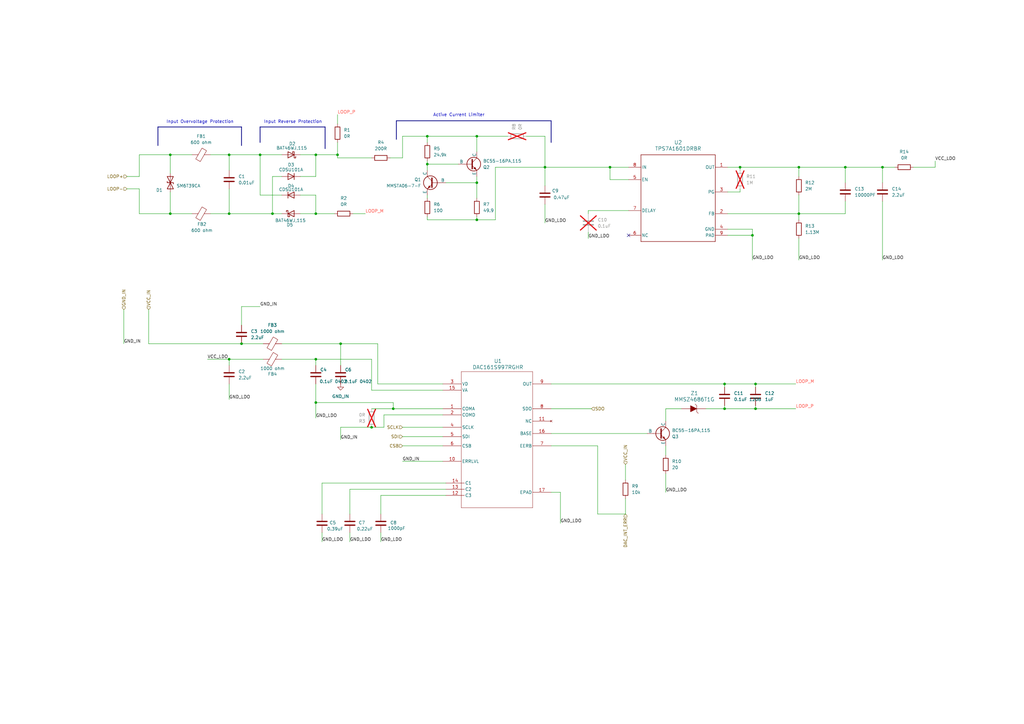
<source format=kicad_sch>
(kicad_sch (version 20231120) (generator "eeschema") (generator_version "8.0")
  (paper "A3")
  (lib_symbols
    (symbol "Device:C" (pin_numbers hide) (pin_names (offset 0.254))
      (property "Reference" "C" (at 0.635 2.54 0))
      (property "Value" "C" (at 0.635 -2.54 0))
      (symbol "C_0_1"
        (polyline (pts (xy -2.032 -0.762) (xy 2.032 -0.762)) (stroke (width 0.508)))
        (polyline (pts (xy -2.032 0.762) (xy 2.032 0.762)) (stroke (width 0.508)))
      )
      (symbol "C_1_1"
        (pin passive line (at 0 3.81 270) (length 2.794) (name "~") (number "1"))
        (pin passive line (at 0 -3.81 90) (length 2.794) (name "~") (number "2"))
      )
    )
    (symbol "Device:FerriteBead" (pin_numbers hide) (pin_names (offset 0))
      (property "Reference" "FB" (at -3.81 0.635 90))
      (property "Value" "FerriteBead" (at 3.81 0 90))
      (symbol "FerriteBead_0_1"
        (polyline (pts (xy 0 -1.27) (xy 0 -1.2192)))
        (polyline (pts (xy 0 1.27) (xy 0 1.2954)))
        (polyline (pts (xy -2.7686 0.4064) (xy -1.7018 2.2606) (xy 2.7686 -0.3048) (xy 1.6764 -2.159) (xy -2.7686 0.4064)))
      )
      (symbol "FerriteBead_1_1"
        (pin passive line (at 0 3.81 270) (length 2.54) (name "~") (number "1"))
        (pin passive line (at 0 -3.81 90) (length 2.54) (name "~") (number "2"))
      )
    )
    (symbol "Device:R" (pin_numbers hide) (pin_names (offset 0))
      (property "Reference" "R" (at 2.032 0 90))
      (property "Value" "R" (at 0 0 90))
      (symbol "R_0_1"
        (rectangle (start -1.016 -2.54) (end 1.016 2.54) (stroke (width 0.254)))
      )
      (symbol "R_1_1"
        (pin passive line (at 0 3.81 270) (length 1.27) (name "~") (number "1"))
        (pin passive line (at 0 -3.81 90) (length 1.27) (name "~") (number "2"))
      )
    )
    (symbol "Diode:1N630xCA" (pin_numbers hide) (pin_names (offset 1.016) hide)
      (property "Reference" "D" (at 0 2.54 0))
      (property "Value" "1N630xCA" (at 0 -2.54 0))
      (symbol "1N630xCA_0_1"
        (polyline (pts (xy 1.27 0) (xy -1.27 0)))
        (polyline (pts (xy -2.54 -1.27) (xy 0 0) (xy -2.54 1.27) (xy -2.54 -1.27)) (stroke (width 0.254)))
        (polyline (pts (xy 0.508 1.27) (xy 0 1.27) (xy 0 -1.27) (xy -0.508 -1.27)) (stroke (width 0.254)))
        (polyline (pts (xy 2.54 1.27) (xy 2.54 -1.27) (xy 0 0) (xy 2.54 1.27)) (stroke (width 0.254)))
      )
      (symbol "1N630xCA_1_1"
        (pin passive line (at -3.81 0 0) (length 2.54) (name "A1") (number "1"))
        (pin passive line (at 3.81 0 180) (length 2.54) (name "A2") (number "2"))
      )
    )
    (symbol "Diode:S2JTR" (pin_numbers hide) (pin_names hide)
      (property "Reference" "D" (at 0 2.54 0))
      (property "Value" "S2JTR" (at 0 -2.54 0))
      (symbol "S2JTR_0_1"
        (polyline (pts (xy -1.27 1.27) (xy -1.27 -1.27)) (stroke (width 0.254)))
        (polyline (pts (xy 1.27 0) (xy -1.27 0)))
        (polyline (pts (xy 1.27 1.27) (xy 1.27 -1.27) (xy -1.27 0) (xy 1.27 1.27)) (stroke (width 0.254)))
      )
      (symbol "S2JTR_1_1"
        (pin passive line (at -3.81 0 0) (length 2.54) (name "K") (number "1"))
        (pin passive line (at 3.81 0 180) (length 2.54) (name "A") (number "2"))
      )
    )
    (symbol "NPN_1" (pin_numbers hide) (pin_names (offset 0))
      (property "Reference" "Q3" (at 5.08 -1.2701 0))
      (property "Value" "BC55-16PA,115" (at 5.08 1.2699 0))
      (symbol "NPN_1_0_1"
        (polyline (pts (xy -2.54 0) (xy 0.635 0)) (stroke (width 0.1524)))
        (polyline (pts (xy 0.635 0.635) (xy 2.54 2.54)))
        (polyline (pts (xy 2.794 -1.27) (xy 2.794 -1.27)) (stroke (width 0.1524)))
        (polyline (pts (xy 2.794 -1.27) (xy 2.794 -1.27)) (stroke (width 0.1524)))
        (polyline (pts (xy 0.635 -0.635) (xy 2.54 -2.54) (xy 2.54 -2.54)))
        (polyline (pts (xy 0.635 1.905) (xy 0.635 -1.905) (xy 0.635 -1.905)) (stroke (width 0.508)))
        (polyline (pts (xy 1.27 -1.778) (xy 1.778 -1.27) (xy 2.286 -2.286) (xy 1.27 -1.778) (xy 1.27 -1.778)) (fill (type outline)))
        (circle (center 1.27 0) (radius 2.8194) (stroke (width 0.254)))
      )
      (symbol "NPN_1_1_1"
        (pin open_collector line (at 2.54 5.08 270) (length 2.54) (name "C") (number "1"))
        (pin free line (at -5.08 0 0) (length 2.54) (name "B") (number "2"))
        (pin open_emitter line (at 2.54 -5.08 90) (length 2.54) (name "E") (number "3"))
      )
    )
    (symbol "SB120_2" (pin_numbers hide) (pin_names (offset 1.016) hide)
      (property "Reference" "D1" (at -0.508 -4.572 0))
      (property "Value" "BAT46WJ,115" (at -0.254 -2.794 0))
      (symbol "SB120_2_0_1"
        (polyline (pts (xy 1.27 0) (xy -1.27 0)))
        (polyline (pts (xy 1.27 1.27) (xy 1.27 -1.27) (xy -1.27 0) (xy 1.27 1.27)) (stroke (width 0.254)))
        (polyline (pts (xy -1.905 0.635) (xy -1.905 1.27) (xy -1.27 1.27) (xy -1.27 -1.27) (xy -0.635 -1.27) (xy -0.635 -0.635)) (stroke (width 0.254)))
      )
      (symbol "SB120_2_1_1"
        (pin passive line (at -3.81 0 0) (length 2.54) (name "K") (number "1"))
        (pin passive line (at 3.81 0 180) (length 2.54) (name "A") (number "2"))
      )
    )
    (symbol "Simulation_SPICE:NPN" (pin_numbers hide) (pin_names (offset 0))
      (property "Reference" "Q" (at -2.54 7.62 0))
      (property "Value" "NPN" (at -2.54 5.08 0))
      (symbol "NPN_0_1"
        (polyline (pts (xy -2.54 0) (xy 0.635 0)) (stroke (width 0.1524)))
        (polyline (pts (xy 0.635 0.635) (xy 2.54 2.54)))
        (polyline (pts (xy 2.794 -1.27) (xy 2.794 -1.27)) (stroke (width 0.1524)))
        (polyline (pts (xy 2.794 -1.27) (xy 2.794 -1.27)) (stroke (width 0.1524)))
        (polyline (pts (xy 0.635 -0.635) (xy 2.54 -2.54) (xy 2.54 -2.54)))
        (polyline (pts (xy 0.635 1.905) (xy 0.635 -1.905) (xy 0.635 -1.905)) (stroke (width 0.508)))
        (polyline (pts (xy 1.27 -1.778) (xy 1.778 -1.27) (xy 2.286 -2.286) (xy 1.27 -1.778) (xy 1.27 -1.778)) (fill (type outline)))
        (circle (center 1.27 0) (radius 2.8194) (stroke (width 0.254)))
      )
      (symbol "NPN_1_1"
        (pin open_collector line (at 2.54 5.08 270) (length 2.54) (name "C") (number "1"))
        (pin input line (at -5.08 0 0) (length 2.54) (name "B") (number "2"))
        (pin open_emitter line (at 2.54 -5.08 90) (length 2.54) (name "E") (number "3"))
      )
    )
    (symbol "TSP7A1601DRBR:TPS7A1601DRBR" (pin_names (offset 0.254))
      (property "Reference" "U2" (at 0 22.86 0))
      (property "Value" "TPS7A1601DRBR" (at 0 20.32 0))
      (symbol "TPS7A1601DRBR_0_1"
        (polyline (pts (xy -15.24 -17.78) (xy 15.24 -17.78)) (stroke (width 0.2032)))
        (polyline (pts (xy -15.24 17.78) (xy -15.24 -17.78)) (stroke (width 0.2032)))
        (polyline (pts (xy 15.24 -17.78) (xy 15.24 17.78)) (stroke (width 0.2032)))
        (polyline (pts (xy 15.24 17.78) (xy -15.24 17.78)) (stroke (width 0.2032)))
        (pin power_in line (at 20.32 12.7 180) (length 5.08) (name "OUT") (number "1"))
        (pin input line (at 20.32 -6.35 180) (length 5.08) (name "FB") (number "2"))
        (pin open_collector line (at 20.32 2.54 180) (length 5.08) (name "PG") (number "3"))
        (pin power_in line (at 20.32 -12.7 180) (length 5.08) (name "GND") (number "4"))
        (pin input line (at -20.32 7.62 0) (length 5.08) (name "EN") (number "5"))
        (pin unspecified line (at -20.32 -15.24 0) (length 5.08) (name "NC") (number "6"))
        (pin output line (at -20.32 -5.08 0) (length 5.08) (name "DELAY") (number "7"))
        (pin power_in line (at -20.32 12.7 0) (length 5.08) (name "IN") (number "8"))
        (pin unspecified line (at 20.32 -15.24 180) (length 5.08) (name "PAD") (number "9"))
      )
    )
    (symbol "dac161s997rghr:DAC161S997RGHR" (pin_names (offset 0.254))
      (property "Reference" "U1" (at 33.02 10.16 0))
      (property "Value" "DAC161S997RGHR" (at 33.02 7.62 0))
      (symbol "DAC161S997RGHR_0_1"
        (polyline (pts (xy 7.62 -50.8) (xy 36.83 -50.8)) (stroke (width 0.127)))
        (polyline (pts (xy 7.62 5.08) (xy 7.62 -50.8)) (stroke (width 0.127)))
        (polyline (pts (xy 36.83 -50.8) (xy 36.83 5.08)) (stroke (width 0.127)))
        (polyline (pts (xy 36.83 5.08) (xy 7.62 5.08)) (stroke (width 0.127)))
        (pin power_in line (at 0 -10.16 0) (length 7.62) (name "COMA") (number "1"))
        (pin input line (at 0 -31.75 0) (length 7.62) (name "ERRLVL") (number "10"))
        (pin no_connect line (at 44.45 -15.24 180) (length 7.62) (name "NC") (number "11"))
        (pin unspecified line (at 1.27 -45.72 0) (length 7.62) (name "C3") (number "12"))
        (pin unspecified line (at 1.27 -43.18 0) (length 7.62) (name "C2") (number "13"))
        (pin unspecified line (at 1.27 -40.64 0) (length 7.62) (name "C1") (number "14"))
        (pin power_in line (at 0 -2.54 0) (length 7.62) (name "VA") (number "15"))
        (pin unspecified line (at 44.45 -20.32 180) (length 7.62) (name "BASE") (number "16"))
        (pin unspecified line (at 44.45 -44.45 180) (length 7.62) (name "EPAD") (number "17"))
        (pin power_in line (at 0 -12.7 0) (length 7.62) (name "COMD") (number "2"))
        (pin power_in line (at 0 0 0) (length 7.62) (name "VD") (number "3"))
        (pin input line (at 0 -17.78 0) (length 7.62) (name "SCLK") (number "4"))
        (pin input line (at 0 -21.59 0) (length 7.62) (name "SDI") (number "5"))
        (pin input line (at 0 -25.4 0) (length 7.62) (name "CSB") (number "6"))
        (pin output line (at 44.45 -25.4 180) (length 7.62) (name "EERB") (number "7"))
        (pin output line (at 44.45 -10.16 180) (length 7.62) (name "SDO") (number "8"))
        (pin output line (at 44.45 0 180) (length 7.62) (name "OUT") (number "9"))
      )
    )
    (symbol "dk_Diodes-Zener-Single:MMSZ5231B-7-F" (pin_numbers hide) (pin_names (offset 0) hide)
      (property "Reference" "Z" (at 0 3.81 0))
      (property "Value" "MMSZ5231B-7-F" (at 0 -3.81 0))
      (symbol "MMSZ5231B-7-F_0_1"
        (polyline (pts (xy 1.27 -1.27) (xy 1.905 -1.905)))
        (polyline (pts (xy 1.27 1.27) (xy 0.635 1.905)))
        (polyline (pts (xy 1.27 1.27) (xy 1.27 -1.27)))
        (polyline (pts (xy -1.27 1.27) (xy -1.27 -1.27) (xy 1.27 0) (xy -1.27 1.27)) (fill (type outline)))
      )
      (symbol "MMSZ5231B-7-F_1_1"
        (pin passive line (at -5.08 0 0) (length 3.81) (name "~") (number "A"))
        (pin passive line (at 5.08 0 180) (length 3.81) (name "~") (number "K"))
      )
    )
    (symbol "power:GND" (power) (pin_numbers hide) (pin_names (offset 0) hide)
      (property "Value" "GND" (at 0 -3.81 0))
      (symbol "GND_0_1"
        (polyline (pts (xy 0 0) (xy 0 -1.27) (xy 1.27 -1.27) (xy 0 -2.54) (xy -1.27 -1.27) (xy 0 -1.27)))
      )
      (symbol "GND_1_1"
        (pin power_in line (at 0 0 270) (length 0) (name "~") (number "1"))
      )
    )
  )
  (junction (at 327.66 68.58))
  (junction (at 69.85 87.63))
  (junction (at 361.95 68.58))
  (junction (at 152.4 175.26))
  (junction (at 297.18 167.64))
  (junction (at 195.58 90.17))
  (junction (at 308.61 96.52))
  (junction (at 297.18 157.48))
  (junction (at 327.66 87.63))
  (junction (at 93.98 63.5))
  (junction (at 309.88 157.48))
  (junction (at 309.88 167.64))
  (junction (at 175.26 67.31))
  (junction (at 111.76 87.63))
  (junction (at 223.52 68.58))
  (junction (at 129.54 87.63))
  (junction (at 195.58 55.88))
  (junction (at 93.98 147.32))
  (junction (at 138.43 63.5))
  (junction (at 346.71 68.58))
  (junction (at 303.53 68.58))
  (junction (at 175.26 55.88))
  (junction (at 139.7 140.97))
  (junction (at 129.54 147.32))
  (junction (at 106.68 63.5))
  (junction (at 129.54 63.5))
  (junction (at 250.19 68.58))
  (junction (at 129.54 165.1))
  (junction (at 99.06 140.97))
  (junction (at 93.98 87.63))
  (junction (at 195.58 74.93))
  (junction (at 161.29 167.64))
  (junction (at 69.85 63.5))
  (no_connect (at 257.81 96.52))
  (wire (pts (xy 309.88 167.64) (xy 309.88 166.37)))
  (wire (pts (xy 143.51 200.66) (xy 143.51 210.82)))
  (wire (pts (xy 346.71 74.93) (xy 346.71 68.58)))
  (bus (pts (xy 99.06 59.69) (xy 99.06 52.07)))
  (wire (pts (xy 165.1 175.26) (xy 181.61 175.26)))
  (wire (pts (xy 273.05 167.64) (xy 279.4 167.64)))
  (wire (pts (xy 152.4 167.64) (xy 161.29 167.64)))
  (wire (pts (xy 156.21 222.25) (xy 156.21 218.44)))
  (wire (pts (xy 374.65 68.58) (xy 383.54 68.58)))
  (wire (pts (xy 223.52 68.58) (xy 223.52 76.2)))
  (wire (pts (xy 99.06 140.97) (xy 107.95 140.97)))
  (wire (pts (xy 129.54 87.63) (xy 137.16 87.63)))
  (wire (pts (xy 327.66 97.79) (xy 327.66 106.68)))
  (wire (pts (xy 132.08 222.25) (xy 132.08 218.44)))
  (wire (pts (xy 57.15 63.5) (xy 57.15 72.39)))
  (wire (pts (xy 152.4 160.02) (xy 152.4 147.32)))
  (wire (pts (xy 138.43 64.77) (xy 152.4 64.77)))
  (wire (pts (xy 99.06 125.73) (xy 99.06 133.35)))
  (wire (pts (xy 52.07 72.39) (xy 57.15 72.39)))
  (wire (pts (xy 129.54 87.63) (xy 123.19 87.63)))
  (wire (pts (xy 195.58 72.39) (xy 195.58 74.93)))
  (wire (pts (xy 93.98 63.5) (xy 106.68 63.5)))
  (wire (pts (xy 223.52 68.58) (xy 250.19 68.58)))
  (bus (pts (xy 106.68 52.07) (xy 106.68 58.42)))
  (wire (pts (xy 346.71 68.58) (xy 361.95 68.58)))
  (wire (pts (xy 161.29 167.64) (xy 181.61 167.64)))
  (wire (pts (xy 195.58 90.17) (xy 195.58 88.9)))
  (wire (pts (xy 115.57 140.97) (xy 139.7 140.97)))
  (wire (pts (xy 139.7 140.97) (xy 139.7 149.86)))
  (wire (pts (xy 309.88 157.48) (xy 326.39 157.48)))
  (wire (pts (xy 175.26 80.01) (xy 175.26 81.28)))
  (wire (pts (xy 165.1 64.77) (xy 160.02 64.77)))
  (wire (pts (xy 115.57 72.39) (xy 111.76 72.39)))
  (wire (pts (xy 223.52 55.88) (xy 223.52 68.58)))
  (wire (pts (xy 327.66 68.58) (xy 346.71 68.58)))
  (wire (pts (xy 256.54 190.5) (xy 256.54 196.85)))
  (wire (pts (xy 298.45 87.63) (xy 327.66 87.63)))
  (wire (pts (xy 327.66 68.58) (xy 303.53 68.58)))
  (wire (pts (xy 93.98 69.85) (xy 93.98 63.5)))
  (wire (pts (xy 165.1 55.88) (xy 175.26 55.88)))
  (wire (pts (xy 308.61 93.98) (xy 308.61 96.52)))
  (wire (pts (xy 242.57 167.64) (xy 226.06 167.64)))
  (wire (pts (xy 289.56 167.64) (xy 297.18 167.64)))
  (wire (pts (xy 138.43 64.77) (xy 138.43 63.5)))
  (bus (pts (xy 133.35 60.96) (xy 133.35 52.07)))
  (wire (pts (xy 203.2 68.58) (xy 223.52 68.58)))
  (wire (pts (xy 226.06 201.93) (xy 229.87 201.93)))
  (wire (pts (xy 123.19 72.39) (xy 129.54 72.39)))
  (wire (pts (xy 182.88 203.2) (xy 156.21 203.2)))
  (bus (pts (xy 99.06 52.07) (xy 64.77 52.07)))
  (wire (pts (xy 309.88 167.64) (xy 326.39 167.64)))
  (wire (pts (xy 303.53 78.74) (xy 303.53 77.47)))
  (wire (pts (xy 60.96 140.97) (xy 99.06 140.97)))
  (wire (pts (xy 154.94 157.48) (xy 181.61 157.48)))
  (wire (pts (xy 297.18 157.48) (xy 309.88 157.48)))
  (wire (pts (xy 361.95 68.58) (xy 367.03 68.58)))
  (wire (pts (xy 93.98 147.32) (xy 93.98 149.86)))
  (bus (pts (xy 162.56 49.53) (xy 162.56 57.15)))
  (wire (pts (xy 93.98 147.32) (xy 107.95 147.32)))
  (wire (pts (xy 245.11 210.82) (xy 256.54 210.82)))
  (wire (pts (xy 182.88 74.93) (xy 195.58 74.93)))
  (wire (pts (xy 129.54 80.01) (xy 129.54 87.63)))
  (wire (pts (xy 241.3 86.36) (xy 241.3 87.63)))
  (wire (pts (xy 106.68 80.01) (xy 106.68 63.5)))
  (wire (pts (xy 309.88 157.48) (xy 309.88 158.75)))
  (wire (pts (xy 273.05 182.88) (xy 273.05 186.69)))
  (wire (pts (xy 298.45 68.58) (xy 303.53 68.58)))
  (wire (pts (xy 361.95 82.55) (xy 361.95 106.68)))
  (wire (pts (xy 111.76 72.39) (xy 111.76 87.63)))
  (wire (pts (xy 93.98 63.5) (xy 86.36 63.5)))
  (wire (pts (xy 241.3 97.79) (xy 241.3 95.25)))
  (wire (pts (xy 139.7 140.97) (xy 154.94 140.97)))
  (wire (pts (xy 346.71 82.55) (xy 346.71 87.63)))
  (wire (pts (xy 115.57 147.32) (xy 129.54 147.32)))
  (wire (pts (xy 303.53 68.58) (xy 303.53 69.85)))
  (wire (pts (xy 123.19 80.01) (xy 129.54 80.01)))
  (wire (pts (xy 308.61 96.52) (xy 308.61 106.68)))
  (wire (pts (xy 129.54 165.1) (xy 161.29 165.1)))
  (wire (pts (xy 57.15 87.63) (xy 57.15 77.47)))
  (wire (pts (xy 139.7 175.26) (xy 139.7 180.34)))
  (wire (pts (xy 139.7 175.26) (xy 152.4 175.26)))
  (wire (pts (xy 195.58 74.93) (xy 195.58 81.28)))
  (wire (pts (xy 93.98 87.63) (xy 93.98 77.47)))
  (wire (pts (xy 69.85 63.5) (xy 69.85 71.12)))
  (wire (pts (xy 86.36 87.63) (xy 93.98 87.63)))
  (wire (pts (xy 298.45 78.74) (xy 303.53 78.74)))
  (wire (pts (xy 111.76 87.63) (xy 115.57 87.63)))
  (wire (pts (xy 361.95 74.93) (xy 361.95 68.58)))
  (wire (pts (xy 175.26 67.31) (xy 187.96 67.31)))
  (wire (pts (xy 175.26 90.17) (xy 195.58 90.17)))
  (bus (pts (xy 64.77 52.07) (xy 64.77 59.69)))
  (wire (pts (xy 52.07 77.47) (xy 57.15 77.47)))
  (wire (pts (xy 215.9 55.88) (xy 223.52 55.88)))
  (wire (pts (xy 93.98 87.63) (xy 111.76 87.63)))
  (wire (pts (xy 175.26 55.88) (xy 195.58 55.88)))
  (wire (pts (xy 273.05 194.31) (xy 273.05 201.93)))
  (wire (pts (xy 129.54 63.5) (xy 129.54 72.39)))
  (wire (pts (xy 152.4 175.26) (xy 157.48 175.26)))
  (wire (pts (xy 327.66 87.63) (xy 327.66 90.17)))
  (wire (pts (xy 195.58 55.88) (xy 208.28 55.88)))
  (wire (pts (xy 123.19 63.5) (xy 129.54 63.5)))
  (wire (pts (xy 298.45 93.98) (xy 308.61 93.98)))
  (wire (pts (xy 132.08 198.12) (xy 132.08 210.82)))
  (wire (pts (xy 175.26 67.31) (xy 175.26 69.85)))
  (wire (pts (xy 175.26 55.88) (xy 175.26 58.42)))
  (wire (pts (xy 257.81 73.66) (xy 250.19 73.66)))
  (wire (pts (xy 156.21 203.2) (xy 156.21 210.82)))
  (wire (pts (xy 226.06 177.8) (xy 265.43 177.8)))
  (wire (pts (xy 256.54 204.47) (xy 256.54 210.82)))
  (wire (pts (xy 149.86 87.63) (xy 144.78 87.63)))
  (wire (pts (xy 138.43 58.42) (xy 138.43 63.5)))
  (wire (pts (xy 297.18 157.48) (xy 297.18 158.75)))
  (wire (pts (xy 175.26 66.04) (xy 175.26 67.31)))
  (wire (pts (xy 250.19 73.66) (xy 250.19 68.58)))
  (wire (pts (xy 250.19 68.58) (xy 257.81 68.58)))
  (wire (pts (xy 106.68 125.73) (xy 99.06 125.73)))
  (wire (pts (xy 226.06 182.88) (xy 245.11 182.88)))
  (wire (pts (xy 181.61 160.02) (xy 152.4 160.02)))
  (wire (pts (xy 203.2 90.17) (xy 203.2 68.58)))
  (wire (pts (xy 106.68 63.5) (xy 115.57 63.5)))
  (wire (pts (xy 69.85 78.74) (xy 69.85 87.63)))
  (wire (pts (xy 175.26 88.9) (xy 175.26 90.17)))
  (wire (pts (xy 138.43 46.99) (xy 138.43 50.8)))
  (wire (pts (xy 297.18 166.37) (xy 297.18 167.64)))
  (wire (pts (xy 129.54 147.32) (xy 129.54 149.86)))
  (wire (pts (xy 195.58 62.23) (xy 195.58 55.88)))
  (wire (pts (xy 245.11 182.88) (xy 245.11 210.82)))
  (wire (pts (xy 85.09 147.32) (xy 93.98 147.32)))
  (wire (pts (xy 383.54 66.04) (xy 383.54 68.58)))
  (wire (pts (xy 60.96 127) (xy 60.96 140.97)))
  (wire (pts (xy 69.85 87.63) (xy 57.15 87.63)))
  (wire (pts (xy 78.74 63.5) (xy 69.85 63.5)))
  (wire (pts (xy 129.54 63.5) (xy 138.43 63.5)))
  (wire (pts (xy 157.48 175.26) (xy 157.48 170.18)))
  (wire (pts (xy 346.71 87.63) (xy 327.66 87.63)))
  (wire (pts (xy 161.29 165.1) (xy 161.29 167.64)))
  (wire (pts (xy 152.4 147.32) (xy 129.54 147.32)))
  (wire (pts (xy 327.66 72.39) (xy 327.66 68.58)))
  (wire (pts (xy 154.94 140.97) (xy 154.94 157.48)))
  (bus (pts (xy 133.35 52.07) (xy 106.68 52.07)))
  (wire (pts (xy 297.18 167.64) (xy 309.88 167.64)))
  (wire (pts (xy 182.88 200.66) (xy 143.51 200.66)))
  (wire (pts (xy 226.06 157.48) (xy 297.18 157.48)))
  (wire (pts (xy 129.54 171.45) (xy 129.54 165.1)))
  (wire (pts (xy 182.88 198.12) (xy 132.08 198.12)))
  (wire (pts (xy 327.66 80.01) (xy 327.66 87.63)))
  (bus (pts (xy 226.06 58.42) (xy 226.06 49.53)))
  (wire (pts (xy 273.05 172.72) (xy 273.05 167.64)))
  (wire (pts (xy 241.3 86.36) (xy 257.81 86.36)))
  (wire (pts (xy 298.45 96.52) (xy 308.61 96.52)))
  (wire (pts (xy 195.58 90.17) (xy 203.2 90.17)))
  (wire (pts (xy 93.98 157.48) (xy 93.98 163.83)))
  (wire (pts (xy 223.52 83.82) (xy 223.52 91.44)))
  (wire (pts (xy 157.48 170.18) (xy 181.61 170.18)))
  (wire (pts (xy 69.85 87.63) (xy 78.74 87.63)))
  (wire (pts (xy 50.8 127) (xy 50.8 140.97)))
  (wire (pts (xy 143.51 222.25) (xy 143.51 218.44)))
  (wire (pts (xy 165.1 189.23) (xy 181.61 189.23)))
  (bus (pts (xy 162.56 49.53) (xy 226.06 49.53)))
  (wire (pts (xy 129.54 157.48) (xy 129.54 165.1)))
  (wire (pts (xy 69.85 63.5) (xy 57.15 63.5)))
  (wire (pts (xy 115.57 80.01) (xy 106.68 80.01)))
  (wire (pts (xy 165.1 55.88) (xy 165.1 64.77)))
  (wire (pts (xy 165.1 182.88) (xy 181.61 182.88)))
  (wire (pts (xy 165.1 179.07) (xy 181.61 179.07)))
  (wire (pts (xy 229.87 201.93) (xy 229.87 214.63)))
  (text "Active Current Limiter" (at 188.214 47.244 0) (effects (font (size 1.27 1.27))))
  (text "Input Overvoltage Protection" (at 82.042 50.038 0) (effects (font (size 1.27 1.27))))
  (text "Input Reverse Protection" (at 120.142 50.038 0) (effects (font (size 1.27 1.27))))
  (label "LOOP_M" (at 326.39 157.48 0))
  (label "GND_LDO" (at 143.51 222.25 0))
  (label "GND_LDO" (at 308.61 106.68 0))
  (label "VCC_LDO" (at 85.09 147.32 0))
  (label "GND_LDO" (at 132.08 222.25 0))
  (label "GND_LDO" (at 273.05 201.93 0))
  (label "GND_LDO" (at 241.3 97.79 0))
  (label "GND_LDO" (at 223.52 91.44 0))
  (label "LOOP_M" (at 149.86 87.63 0))
  (label "GND_LDO" (at 129.54 171.45 0))
  (label "VCC_LDO" (at 383.54 66.04 0))
  (label "GND_LDO" (at 156.21 222.25 0))
  (label "GND_LDO" (at 93.98 163.83 0))
  (label "GND_LDO" (at 361.95 106.68 0))
  (label "GND_LDO" (at 229.87 214.63 0))
  (label "LOOP_P" (at 138.43 46.99 0))
  (label "GND_IN" (at 165.1 189.23 0))
  (label "GND_LDO" (at 327.66 106.68 0))
  (label "GND_IN" (at 106.68 125.73 0))
  (label "GND_IN" (at 139.7 180.34 0))
  (label "LOOP_P" (at 326.39 167.64 0))
  (label "GND_IN" (at 50.8 140.97 0))
  (hierarchical_label "DAC_INT_ERR" (shape input) (at 256.54 210.82 270))
  (hierarchical_label "SDI" (shape input) (at 165.1 179.07 180))
  (hierarchical_label "LOOP+" (shape input) (at 52.07 72.39 180))
  (hierarchical_label "VCC_IN" (shape input) (at 256.54 190.5 90))
  (hierarchical_label "SCLK" (shape input) (at 165.1 175.26 180))
  (hierarchical_label "GND_IN" (shape input) (at 50.8 127 90))
  (hierarchical_label "CSB" (shape input) (at 165.1 182.88 180))
  (hierarchical_label "LOOP-" (shape input) (at 52.07 77.47 180))
  (hierarchical_label "VCC_IN" (shape input) (at 60.96 127 90))
  (hierarchical_label "SDO" (shape input) (at 242.57 167.64 0))
  (symbol (lib_id "Device:R") (at 303.53 73.66 0) (unit 1) (dnp yes)
    (property "Reference" "R11" (at 306.07 72.3899 0) (effects (justify left)))
    (property "Value" "1M" (at 306.07 74.9299 0) (effects (justify left)))
    (property "Footprint" "Resistor_SMD:R_0402_1005Metric" (effects (hide yes)))
    (property "Description" "RES SMD 1M OHM 5% 1/16W 0402" (effects (hide yes)))
    (property "DIGIKEY" "541-4119-2-ND" (effects (hide yes)))
    (property "DigiKey" "541-4119-2-ND" (effects (hide yes)))
  )
  (symbol (lib_id "Device:R") (at 273.05 190.5 0) (unit 1)
    (property "Reference" "R10" (at 275.59 189.2299 0) (effects (justify left)))
    (property "Value" "20" (at 275.59 191.7699 0) (effects (justify left)))
    (property "Footprint" "Resistor_SMD:R_0603_1608Metric" (effects (hide yes)))
    (property "Description" "RES SMD 20 OHM 1% 1/10W 0603" (effects (hide yes)))
    (property "DIGIKEY" "  541-20.0HTR-ND" (effects (hide yes)))
    (property "DigiKey" "  541-20.0HTR-ND" (effects (hide yes)))
  )
  (symbol (lib_id "power:GND") (at 139.7 157.48 0) (unit 1)
    (property "Reference" "#PWR010" (effects (hide yes)))
    (property "Value" "GND_IN" (at 139.7 162.56 0))
    (property "Description" "Power symbol creates a global label with name \"GND\" , ground" (effects (hide yes)))
  )
  (symbol (lib_id "Device:R") (at 370.84 68.58 90) (unit 1)
    (property "Reference" "R14" (at 370.84 62.23 90))
    (property "Value" "0R" (at 370.84 64.77 90))
    (property "Footprint" "Resistor_SMD:R_0603_1608Metric" (effects (hide yes)))
    (property "Description" "0 Ohms Jumper Chip Resistor 0603 (1608 Metric) Automotive AEC-Q200 Thick Film" (effects (hide yes)))
    (property "DIGIKEY" "541-0.0GTR-ND" (effects (hide yes)))
    (property "DigiKey" "541-0.0GTR-ND" (effects (hide yes)))
  )
  (symbol (lib_id "Device:C") (at 139.7 153.67 0) (unit 1)
    (property "Reference" "C6" (at 141.478 151.638 0) (effects (justify left)))
    (property "Value" "0.1uF 0402" (at 141.224 156.464 0) (effects (justify left)))
    (property "Footprint" "Capacitor_SMD:C_0402_1005Metric" (effects (hide yes)))
    (property "Description" "CAP CER 0.1UF 6.3V X5R 0402" (effects (hide yes)))
    (property "DIGIKEY" "445-1266-2-ND" (effects (hide yes)))
    (property "DigiKey" "445-1266-2-ND" (effects (hide yes)))
  )
  (symbol (lib_id "Device:C") (at 99.06 137.16 0) (unit 1)
    (property "Reference" "C3" (at 102.87 135.8899 0) (effects (justify left)))
    (property "Value" "2.2uF" (at 102.87 138.4299 0) (effects (justify left)))
    (property "Footprint" "Capacitor_SMD:C_0402_1005Metric" (effects (hide yes)))
    (property "Description" "CAP CER 2.2UF 16V X5R 0402" (effects (hide yes)))
    (property "DIGIKEY" "445-9085-2-ND" (effects (hide yes)))
    (property "DigiKey" "445-9085-2-ND" (effects (hide yes)))
  )
  (symbol (lib_name "NPN_1") (lib_id "Simulation_SPICE:NPN") (at 270.51 177.8 0) (unit 1)
    (property "Reference" "Q3" (at 275.59 179.0701 0) (effects (justify left)))
    (property "Value" "BC55-16PA,115" (at 275.59 176.5301 0) (effects (justify left)))
    (property "Footprint" "mergened_footprints:3-HUSON(2X2)" (effects (hide yes)))
    (property "Description" "TRANS NPN 60V 1A 3HUSON" (effects (hide yes)))
    (property "DIGIKEY" "  1727-2344-2-ND" (effects (hide yes)))
    (property "DigiKey" "  1727-2344-2-ND" (effects (hide yes)))
  )
  (symbol (lib_id "Diode:1N630xCA") (at 69.85 74.93 270) (unit 1)
    (property "Reference" "D1" (at 64.008 77.978 90) (effects (justify left)))
    (property "Value" "SM6T39CA" (at 72.39 76.1999 90) (effects (justify left)))
    (property "Footprint" "Diode_SMD:D_SMB" (effects (hide yes)))
    (property "Datasheet" "https://www.st.com/content/ccc/resource/technical/document/datasheet/6f/2d/a6/9e/56/51/48/15/CD00000725.pdf/files/CD00000725.pdf/jcr:content/translations/en.CD00000725.pdf" (effects (hide yes)))
    (property "Description" "TVS DIODE 33.3VWM 53.9VC SMB" (effects (hide yes)))
    (property "DIGIKEY" "497-6498-2-ND" (effects (hide yes)))
    (property "DigiKey" "497-6498-2-ND" (effects (hide yes)))
  )
  (symbol (lib_id "Device:R") (at 212.09 55.88 90) (unit 1) (dnp yes)
    (property "Reference" "R8" (at 210.8199 53.34 0) (effects (justify left)))
    (property "Value" "0R" (at 213.3599 53.34 0) (effects (justify left)))
    (property "Footprint" "Resistor_SMD:R_0603_1608Metric" (effects (hide yes)))
    (property "Description" "0 Ohms Jumper Chip Resistor 0603 (1608 Metric) Automotive AEC-Q200 Thick Film" (effects (hide yes)))
    (property "DIGIKEY" "541-0.0GTR-ND" (effects (hide yes)))
    (property "DigiKey" "541-0.0GTR-ND" (effects (hide yes)))
  )
  (symbol (lib_id "Device:C") (at 143.51 214.63 0) (unit 1)
    (property "Reference" "C7" (at 147.066 214.376 0) (effects (justify left)))
    (property "Value" "0.22uF" (at 146.304 216.916 0) (effects (justify left)))
    (property "Footprint" "Capacitor_SMD:C_0402_1005Metric" (effects (hide yes)))
    (property "Description" "CAP CER 0.22UF 6.3V X5R 0402" (effects (hide yes)))
    (property "DIGIKEY" "490-5407-2-ND" (effects (hide yes)))
    (property "DigiKey" "490-5407-2-ND" (effects (hide yes)))
  )
  (symbol (lib_id "Device:C") (at 361.95 78.74 0) (unit 1)
    (property "Reference" "C14" (at 365.76 77.4699 0) (effects (justify left)))
    (property "Value" "2.2uF" (at 365.76 80.0099 0) (effects (justify left)))
    (property "Footprint" "Capacitor_SMD:C_0402_1005Metric" (effects (hide yes)))
    (property "Description" "CAP CER 2.2UF 16V X5R 0402" (effects (hide yes)))
    (property "DIGIKEY" "445-9085-2-ND" (effects (hide yes)))
    (property "DigiKey" "445-9085-2-ND" (effects (hide yes)))
  )
  (symbol (lib_id "Device:R") (at 152.4 171.45 180) (unit 1) (dnp yes)
    (property "Reference" "R3" (at 149.86 172.7201 0) (effects (justify left)))
    (property "Value" "0R" (at 149.86 170.1801 0) (effects (justify left)))
    (property "Footprint" "Resistor_SMD:R_0603_1608Metric" (effects (hide yes)))
    (property "Description" "0 Ohms Jumper Chip Resistor 0603 (1608 Metric) Automotive AEC-Q200 Thick Film" (effects (hide yes)))
    (property "DIGIKEY" "541-0.0GTR-ND" (effects (hide yes)))
    (property "DigiKey" "541-0.0GTR-ND" (effects (hide yes)))
  )
  (symbol (lib_id "Device:C") (at 223.52 80.01 0) (mirror y) (unit 1)
    (property "Reference" "C9" (at 229.108 78.232 0) (effects (justify left)))
    (property "Value" "0.47uF" (at 233.68 81.026 0) (effects (justify left)))
    (property "Footprint" "Capacitor_SMD:C_0805_2012Metric" (effects (hide yes)))
    (property "Description" "CAP CER 0.47UF 100V X7R 0805" (effects (hide yes)))
    (property "DIGIKEY" "  490-3326-2-ND" (effects (hide yes)))
    (property "DigiKey" "  490-3326-2-ND" (effects (hide yes)))
  )
  (symbol (lib_id "Simulation_SPICE:NPN") (at 193.04 67.31 0) (unit 1)
    (property "Reference" "Q2" (at 198.12 68.5801 0) (effects (justify left)))
    (property "Value" "BC55-16PA,115" (at 198.12 66.0401 0) (effects (justify left)))
    (property "Footprint" "mergened_footprints:3-HUSON(2X2)" (effects (hide yes)))
    (property "Description" "TRANS NPN 60V 1A 3HUSON" (effects (hide yes)))
    (property "DIGIKEY" "  1727-2344-2-ND" (effects (hide yes)))
    (property "DigiKey" "  1727-2344-2-ND" (effects (hide yes)))
  )
  (symbol (lib_id "Device:C") (at 129.54 153.67 0) (unit 1)
    (property "Reference" "C4" (at 131.318 151.638 0) (effects (justify left)))
    (property "Value" "0.1uF 0402" (at 131.064 156.464 0) (effects (justify left)))
    (property "Footprint" "Capacitor_SMD:C_0402_1005Metric" (effects (hide yes)))
    (property "Description" "CAP CER 0.1UF 6.3V X5R 0402" (effects (hide yes)))
    (property "DIGIKEY" "445-1266-2-ND" (effects (hide yes)))
    (property "DigiKey" "445-1266-2-ND" (effects (hide yes)))
  )
  (symbol (lib_name "SB120_2") (lib_id "Diode:SB120") (at 119.38 63.5 180) (unit 1)
    (property "Reference" "D2" (at 119.888 58.928 0))
    (property "Value" "BAT46WJ,115" (at 119.634 60.706 0))
    (property "Footprint" "Diode_SMD:D_SOD-323F" (effects (hide yes)))
    (property "Description" "DIODE SCHOTT 100V 250MA SOD323F" (effects (hide yes)))
    (property "DIGIKEY" "  1727-4817-2-ND" (effects (hide yes)))
    (property "DigiKey" "  1727-4817-2-ND" (effects (hide yes)))
  )
  (symbol (lib_id "Device:R") (at 175.26 62.23 180) (unit 1)
    (property "Reference" "R5" (at 177.8 60.9599 0) (effects (justify right)))
    (property "Value" "24.9k" (at 177.8 63.4999 0) (effects (justify right)))
    (property "Footprint" "Resistor_SMD:R_0603_1608Metric" (effects (hide yes)))
    (property "Description" "RES 24.9K OHM 1% 1/10W 0603" (effects (hide yes)))
    (property "DIGIKEY" "541-4028-2-ND" (effects (hide yes)))
    (property "DigiKey" "541-4028-2-ND" (effects (hide yes)))
  )
  (symbol (lib_id "Device:C") (at 241.3 91.44 0) (unit 1) (dnp yes)
    (property "Reference" "C10" (at 245.11 90.1699 0) (effects (justify left)))
    (property "Value" "0.1uF" (at 245.11 92.7099 0) (effects (justify left)))
    (property "Footprint" "Capacitor_SMD:C_1206_3216Metric" (effects (hide yes)))
    (property "Description" "CAP CER 0.1UF 100V X7R 1206" (effects (hide yes)))
    (property "DIGIKEY" "478-KGM31DR72A104JUTR-ND" (effects (hide yes)))
    (property "DigiKey" "478-KGM31DR72A104JUTR-ND" (effects (hide yes)))
  )
  (symbol (lib_id "Device:C") (at 93.98 153.67 0) (unit 1)
    (property "Reference" "C2" (at 97.79 152.3999 0) (effects (justify left)))
    (property "Value" "2.2uF" (at 97.79 154.9399 0) (effects (justify left)))
    (property "Footprint" "Capacitor_SMD:C_0402_1005Metric" (effects (hide yes)))
    (property "Description" "CAP CER 2.2UF 16V X5R 0402" (effects (hide yes)))
    (property "DIGIKEY" "445-9085-2-ND" (effects (hide yes)))
    (property "DigiKey" "445-9085-2-ND" (effects (hide yes)))
  )
  (symbol (lib_id "Device:R") (at 175.26 85.09 0) (unit 1)
    (property "Reference" "R6" (at 177.8 83.8199 0) (effects (justify left)))
    (property "Value" "100" (at 177.8 86.3599 0) (effects (justify left)))
    (property "Footprint" "Resistor_SMD:R_0603_1608Metric" (effects (hide yes)))
    (property "Description" "RES SMD 100 OHM 1% 1/3W 0603" (effects (hide yes)))
    (property "DIGIKEY" "541-100STR-ND" (effects (hide yes)))
    (property "DigiKey" "541-100STR-ND" (effects (hide yes)))
  )
  (symbol (lib_id "dac161s997rghr:DAC161S997RGHR") (at 181.61 157.48 0) (unit 1)
    (property "Reference" "U1" (at 204.216 148.082 0) (effects (font (size 1.524 1.524))))
    (property "Value" "DAC161S997RGHR" (at 204.216 150.622 0) (effects (font (size 1.524 1.524))))
    (property "Footprint" "footprints:RGH16_TEX" (effects (hide yes)))
    (property "Datasheet" "DAC161S997RGHR" (effects (hide yes)))
    (property "Description" "DAC 16 b SPI 16-WQFN (4x4)" (effects (hide yes)))
    (property "DIGIKEY" "  296-40022-2-ND " (effects (hide yes)))
    (property "DigiKey" "  296-40022-2-ND " (effects (hide yes)))
  )
  (symbol (lib_id "Device:R") (at 327.66 93.98 0) (unit 1)
    (property "Reference" "R13" (at 330.2 92.7099 0) (effects (justify left)))
    (property "Value" "1.13M" (at 330.2 95.2499 0) (effects (justify left)))
    (property "Footprint" "Resistor_SMD:R_0402_1005Metric" (effects (hide yes)))
    (property "Description" "RES SMD 1.13M OHM 1% 1/16W 0402" (effects (hide yes)))
    (property "DIGIKEY" "  541-1.13MLTR-ND" (effects (hide yes)))
    (property "DigiKey" "  541-1.13MLTR-ND" (effects (hide yes)))
  )
  (symbol (lib_id "Device:C") (at 297.18 162.56 0) (unit 1)
    (property "Reference" "C11" (at 300.99 161.2899 0) (effects (justify left)))
    (property "Value" "0.1uF 1206" (at 300.99 163.8299 0) (effects (justify left)))
    (property "Footprint" "Capacitor_SMD:C_1206_3216Metric" (effects (hide yes)))
    (property "Description" "CAP CER 0.1UF 100V X7R 1206" (effects (hide yes)))
    (property "DIGIKEY" "478-KGM31DR72A104JUTR-ND" (effects (hide yes)))
    (property "DigiKey" "478-KGM31DR72A104JUTR-ND" (effects (hide yes)))
  )
  (symbol (lib_id "Diode:S2JTR") (at 119.38 72.39 180) (unit 1)
    (property "Reference" "D3" (at 119.38 67.564 0))
    (property "Value" "CDSU101A" (at 119.38 69.596 0))
    (property "Footprint" "footprints:LED_CDSU101A" (effects (hide yes)))
    (property "Description" "DIODE GEN PURP 80V 100MA 0603" (effects (hide yes)))
    (property "DIGIKEY" "  641-1002-2-ND" (effects (hide yes)))
    (property "DigiKey" "  641-1002-2-ND" (effects (hide yes)))
  )
  (symbol (lib_id "Device:C") (at 346.71 78.74 0) (unit 1)
    (property "Reference" "C13" (at 350.52 77.4699 0) (effects (justify left)))
    (property "Value" "10000PF" (at 350.52 80.0099 0) (effects (justify left)))
    (property "Footprint" "Capacitor_SMD:C_0402_1005Metric" (effects (hide yes)))
    (property "Description" "CAP CER 10000PF 10V X5R 0402" (effects (hide yes)))
    (property "DIGIKEY" "  490-6296-2-ND" (effects (hide yes)))
    (property "DigiKey" "  490-6296-2-ND" (effects (hide yes)))
  )
  (symbol (lib_id "Device:C") (at 132.08 214.63 0) (unit 1)
    (property "Reference" "C5" (at 135.128 214.376 0) (effects (justify left)))
    (property "Value" "0.39uF" (at 134.112 216.916 0) (effects (justify left)))
    (property "Footprint" "Capacitor_SMD:C_0402_1005Metric" (effects (hide yes)))
    (property "Description" "CAP, CERM, 0.39 µF, 10 V, +/- 10%, X5R, 0402" (effects (hide yes)))
    (property "DIGIKEY" "  490-8253-2-ND" (effects (hide yes)))
    (property "DigiKey" "  490-8253-2-ND" (effects (hide yes)))
  )
  (symbol (lib_id "dk_Diodes-Zener-Single:MMSZ5231B-7-F") (at 284.48 167.64 0) (unit 1)
    (property "Reference" "Z1" (at 284.7975 161.29 0) (effects (font (size 1.524 1.524))))
    (property "Value" "MMSZ4686T1G" (at 284.7975 163.83 0) (effects (font (size 1.524 1.524))))
    (property "Footprint" "digikey-footprints:SOD-123" (effects (hide yes)))
    (property "Datasheet" "https://www.onsemi.com/pdf/datasheet/mmsz4678t1-d.pdf" (effects (hide yes)))
    (property "Description" "DIODE ZENER 3.9V 500MW SOD123" (effects (hide yes)))
    (property "Category" "Discrete Semiconductor Products" (effects (hide yes)))
    (property "Family" "Diodes - Zener - Single" (effects (hide yes)))
    (property "DK_Datasheet_Link" "https://www.diodes.com/assets/Datasheets/ds18010.pdf" (effects (hide yes)))
    (property "DK_Detail_Page" "/product-detail/en/diodes-incorporated/MMSZ5231B-7-F/MMSZ5231B-FDICT-ND/755506" (effects (hide yes)))
    (property "Description_1" "DIODE ZENER 5.1V 500MW SOD123" (effects (hide yes)))
    (property "Manufacturer" "Diodes Incorporated" (effects (hide yes)))
    (property "DIGIKEY" "MMSZ4686T1GOSTR-ND" (effects (hide yes)))
    (property "DigiKey" "MMSZ4686T1GOSTR-ND" (effects (hide yes)))
  )
  (symbol (lib_id "Device:FerriteBead") (at 82.55 63.5 90) (unit 1)
    (property "Reference" "FB1" (at 82.4992 55.88 90))
    (property "Value" "600 ohm" (at 82.4992 58.42 90))
    (property "Footprint" "Resistor_SMD:R_1206_3216Metric" (effects (hide yes)))
    (property "Description" "Ferrite bead" (effects (hide yes)))
    (property "DIGIKEY" "  240-2405-2-ND" (effects (hide yes)))
    (property "DigiKey" "  240-2405-2-ND" (effects (hide yes)))
  )
  (symbol (lib_id "Device:FerriteBead") (at 82.55 87.63 90) (unit 1)
    (property "Reference" "FB2" (at 82.804 91.948 90))
    (property "Value" "600 ohm" (at 82.804 94.488 90))
    (property "Footprint" "Resistor_SMD:R_1206_3216Metric" (effects (hide yes)))
    (property "Description" "Ferrite bead" (effects (hide yes)))
    (property "DIGIKEY" "  240-2405-2-ND" (effects (hide yes)))
    (property "DigiKey" "  240-2405-2-ND" (effects (hide yes)))
  )
  (symbol (lib_id "Device:FerriteBead") (at 111.76 147.32 90) (unit 1)
    (property "Reference" "FB4" (at 111.76 153.416 90))
    (property "Value" "1000 ohm" (at 111.76 151.13 90))
    (property "Footprint" "Resistor_SMD:R_0402_1005Metric" (effects (hide yes)))
    (property "Description" "FERRITE BEAD 1K OHM 0402 1LN" (effects (hide yes)))
    (property "DIGIKEY" "  490-3999-2-ND" (effects (hide yes)))
    (property "DigiKey" "  490-3999-2-ND" (effects (hide yes)))
  )
  (symbol (lib_id "Device:R") (at 156.21 64.77 90) (unit 1)
    (property "Reference" "R4" (at 156.21 58.42 90))
    (property "Value" "200R" (at 156.21 60.96 90))
    (property "Footprint" "Resistor_SMD:R_1206_3216Metric" (effects (hide yes)))
    (property "Description" "Resistor" (effects (hide yes)))
    (property "DIGIKEY" "  541-200FTR-ND" (effects (hide yes)))
    (property "DigiKey" "  541-200FTR-ND" (effects (hide yes)))
  )
  (symbol (lib_id "Device:C") (at 156.21 214.63 0) (unit 1)
    (property "Reference" "C8" (at 160.02 214.376 0) (effects (justify left)))
    (property "Value" "1000pF" (at 159.004 216.662 0) (effects (justify left)))
    (property "Footprint" "Capacitor_SMD:C_0402_1005Metric" (effects (hide yes)))
    (property "Description" "CAP CER 1000PF 6.3V X5R 0402" (effects (hide yes)))
    (property "DIGIKEY" "490-6285-2-ND" (effects (hide yes)))
    (property "DigiKey" "490-6285-2-ND" (effects (hide yes)))
  )
  (symbol (lib_id "Device:R") (at 138.43 54.61 0) (unit 1)
    (property "Reference" "R1" (at 140.97 53.3399 0) (effects (justify left)))
    (property "Value" "0R" (at 140.97 55.8799 0) (effects (justify left)))
    (property "Footprint" "Resistor_SMD:R_0603_1608Metric" (effects (hide yes)))
    (property "Description" "0 Ohms Jumper Chip Resistor 0603 (1608 Metric) Automotive AEC-Q200 Thick Film" (effects (hide yes)))
    (property "DIGIKEY" "541-0.0GTR-ND" (effects (hide yes)))
    (property "DigiKey" "541-0.0GTR-ND" (effects (hide yes)))
  )
  (symbol (lib_id "Device:R") (at 256.54 200.66 0) (unit 1)
    (property "Reference" "R9" (at 259.08 199.3899 0) (effects (justify left)))
    (property "Value" "10k" (at 259.08 201.9299 0) (effects (justify left)))
    (property "Footprint" "Resistor_SMD:R_0402_1005Metric" (effects (hide yes)))
    (property "Description" "RES SMD 1M OHM 5% 1/16W 0402" (effects (hide yes)))
    (property "DIGIKEY" "311-10KJRTR-ND " (effects (hide yes)))
    (property "DigiKey" "311-10KJRTR-ND " (effects (hide yes)))
  )
  (symbol (lib_id "Diode:S2JTR") (at 119.38 80.01 0) (mirror x) (unit 1)
    (property "Reference" "D4" (at 119.38 76.2 0))
    (property "Value" "CDSU101A" (at 119.38 77.724 0))
    (property "Footprint" "footprints:LED_CDSU101A" (effects (hide yes)))
    (property "Description" "DIODE GEN PURP 80V 100MA 0603" (effects (hide yes)))
    (property "DIGIKEY" "  641-1002-2-ND" (effects (hide yes)))
    (property "DigiKey" "  641-1002-2-ND" (effects (hide yes)))
  )
  (symbol (lib_id "Device:C") (at 93.98 73.66 0) (unit 1)
    (property "Reference" "C1" (at 97.79 72.3899 0) (effects (justify left)))
    (property "Value" "0.01uF" (at 97.79 74.9299 0) (effects (justify left)))
    (property "Footprint" "Capacitor_SMD:C_0603_1608Metric" (effects (hide yes)))
    (property "Description" "Unpolarized capacitor" (effects (hide yes)))
    (property "DIGIKEY" "  445-1304-2-ND" (effects (hide yes)))
    (property "DigiKey" "  445-1304-2-ND" (effects (hide yes)))
  )
  (symbol (lib_id "Device:C") (at 309.88 162.56 0) (unit 1)
    (property "Reference" "C12" (at 313.69 161.2899 0) (effects (justify left)))
    (property "Value" "1uF" (at 313.69 163.8299 0) (effects (justify left)))
    (property "Footprint" "Capacitor_SMD:C_1206_3216Metric" (effects (hide yes)))
    (property "Description" "CAP CER 1UF 100V X7R 1206" (effects (hide yes)))
    (property "DIGIKEY" "490-3909-2-ND" (effects (hide yes)))
    (property "DigiKey" "490-3909-2-ND" (effects (hide yes)))
  )
  (symbol (lib_id "TSP7A1601DRBR:TPS7A1601DRBR") (at 278.13 81.28 0) (unit 1)
    (property "Reference" "U2" (at 278.13 58.42 0) (effects (font (size 1.524 1.524))))
    (property "Value" "TPS7A1601DRBR" (at 278.13 60.96 0) (effects (font (size 1.524 1.524))))
    (property "Footprint" "footprints:DRB0008B" (effects (hide yes)))
    (property "Datasheet" "TPS7A1601DRBR" (effects (hide yes)))
    (property "DIGIKEY" "96-40969-2-ND " (effects (hide yes)))
    (property "DigiKey" "96-40969-2-ND " (effects (hide yes)))
  )
  (symbol (lib_id "Device:FerriteBead") (at 111.76 140.97 90) (unit 1)
    (property "Reference" "FB3" (at 111.7092 133.35 90))
    (property "Value" "1000 ohm" (at 111.7092 135.89 90))
    (property "Footprint" "Resistor_SMD:R_0402_1005Metric" (effects (hide yes)))
    (property "Description" "FERRITE BEAD 1K OHM 0402 1LN" (effects (hide yes)))
    (property "DIGIKEY" "  490-3999-2-ND" (effects (hide yes)))
    (property "DigiKey" "  490-3999-2-ND" (effects (hide yes)))
  )
  (symbol (lib_id "Device:R") (at 327.66 76.2 0) (unit 1)
    (property "Reference" "R12" (at 330.2 74.9299 0) (effects (justify left)))
    (property "Value" "2M" (at 330.2 77.4699 0) (effects (justify left)))
    (property "Footprint" "Resistor_SMD:R_0402_1005Metric" (effects (hide yes)))
    (property "Description" "RES 2M OHM 1% 1/16W 0402" (effects (hide yes)))
    (property "DIGIKEY" "541-4066-2-ND" (effects (hide yes)))
    (property "DigiKey" "541-4066-2-ND" (effects (hide yes)))
  )
  (symbol (lib_id "Device:R") (at 195.58 85.09 0) (unit 1)
    (property "Reference" "R7" (at 198.12 83.8199 0) (effects (justify left)))
    (property "Value" "49.9" (at 198.12 86.3599 0) (effects (justify left)))
    (property "Footprint" "Resistor_SMD:R_1206_3216Metric" (effects (hide yes)))
    (property "Description" "RES 49.9 OHM 1% 1/4W 1206" (effects (hide yes)))
    (property "DIGIKEY" "541-4185-2-ND" (effects (hide yes)))
    (property "DigiKey" "541-4185-2-ND" (effects (hide yes)))
  )
  (symbol (lib_id "Device:R") (at 140.97 87.63 90) (unit 1)
    (property "Reference" "R2" (at 140.97 81.28 90))
    (property "Value" "0R" (at 140.97 83.82 90))
    (property "Footprint" "Resistor_SMD:R_0603_1608Metric" (effects (hide yes)))
    (property "Description" "0 Ohms Jumper Chip Resistor 0603 (1608 Metric) Automotive AEC-Q200 Thick Film" (effects (hide yes)))
    (property "DIGIKEY" "541-0.0GTR-ND" (effects (hide yes)))
    (property "DigiKey" "541-0.0GTR-ND" (effects (hide yes)))
  )
  (symbol (lib_name "SB120_2") (lib_id "Diode:SB120") (at 119.38 87.63 0) (unit 1)
    (property "Reference" "D5" (at 118.872 92.202 0))
    (property "Value" "BAT46WJ,115" (at 119.126 90.424 0))
    (property "Footprint" "Diode_SMD:D_SOD-323F" (effects (hide yes)))
    (property "Description" "DIODE SCHOTT 100V 250MA SOD323F" (effects (hide yes)))
    (property "DIGIKEY" "  1727-4817-2-ND" (effects (hide yes)))
    (property "DigiKey" "  1727-4817-2-ND" (effects (hide yes)))
  )
  (symbol (lib_id "Simulation_SPICE:NPN") (at 177.8 74.93 0) (mirror y) (unit 1)
    (property "Reference" "Q1" (at 172.72 73.6599 0) (effects (justify left)))
    (property "Value" "MMSTA06-7-F" (at 172.72 76.1999 0) (effects (justify left)))
    (property "Footprint" "digikey-footprints:SOT-323" (effects (hide yes)))
    (property "Description" "TRANS NPN 80V 0.5A SOT323" (effects (hide yes)))
    (property "DIGIKEY" "MMSTA06-FDITR-ND" (effects (hide yes)))
    (property "DigiKey" "MMSTA06-FDITR-ND" (effects (hide yes)))
  )
)
</source>
